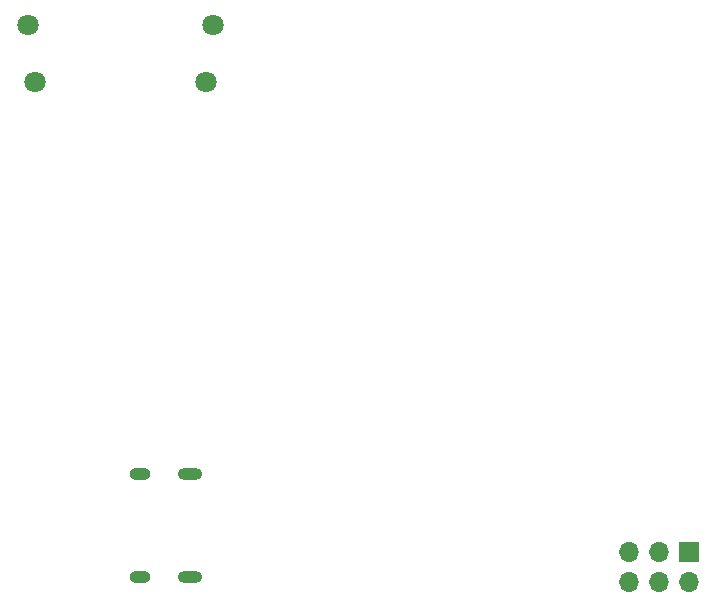
<source format=gbr>
%TF.GenerationSoftware,KiCad,Pcbnew,7.0.11-7.0.11~ubuntu22.04.1*%
%TF.CreationDate,2024-06-30T10:09:10-03:00*%
%TF.ProjectId,Pico_GG_LCD,5069636f-5f47-4475-9f4c-43442e6b6963,rev?*%
%TF.SameCoordinates,Original*%
%TF.FileFunction,Soldermask,Bot*%
%TF.FilePolarity,Negative*%
%FSLAX46Y46*%
G04 Gerber Fmt 4.6, Leading zero omitted, Abs format (unit mm)*
G04 Created by KiCad (PCBNEW 7.0.11-7.0.11~ubuntu22.04.1) date 2024-06-30 10:09:10*
%MOMM*%
%LPD*%
G01*
G04 APERTURE LIST*
%ADD10C,1.800000*%
%ADD11O,2.100000X1.000000*%
%ADD12O,1.800000X1.000000*%
%ADD13R,1.700000X1.700000*%
%ADD14O,1.700000X1.700000*%
G04 APERTURE END LIST*
D10*
%TO.C,J9*%
X129150000Y-52950000D03*
X128550000Y-57850000D03*
X114050000Y-57850000D03*
X113450000Y-52950000D03*
%TD*%
D11*
%TO.C,P1*%
X127150000Y-91030000D03*
D12*
X122950000Y-91030000D03*
D11*
X127150000Y-99680000D03*
D12*
X122950000Y-99680000D03*
%TD*%
D13*
%TO.C,J11*%
X169450000Y-97560000D03*
D14*
X169450000Y-100100000D03*
X166910000Y-97560000D03*
X166910000Y-100100000D03*
X164370000Y-97560000D03*
X164370000Y-100100000D03*
%TD*%
M02*

</source>
